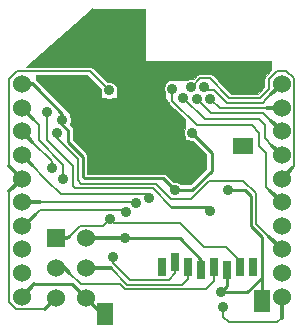
<source format=gbl>
G04 (created by PCBNEW (2013-mar-13)-testing) date Thu 04 Jul 2013 13:06:12 EST*
%MOIN*%
G04 Gerber Fmt 3.4, Leading zero omitted, Abs format*
%FSLAX34Y34*%
G01*
G70*
G90*
G04 APERTURE LIST*
%ADD10C,0.003937*%
%ADD11R,0.029500X0.059100*%
%ADD12R,0.055100X0.074800*%
%ADD13R,0.070900X0.055100*%
%ADD14C,0.060000*%
%ADD15R,0.060000X0.060000*%
%ADD16C,0.035000*%
%ADD17C,0.012000*%
%ADD18C,0.010000*%
%ADD19C,0.014000*%
%ADD20C,0.008000*%
G04 APERTURE END LIST*
G54D10*
G54D11*
X8066Y2208D03*
X8499Y2208D03*
X7633Y2129D03*
X7200Y2208D03*
X5468Y2208D03*
X5901Y2365D03*
X6334Y2208D03*
X6767Y2129D03*
G54D12*
X8775Y1086D03*
X3559Y653D03*
G54D13*
X8165Y6263D03*
X5881Y6263D03*
G54D14*
X9441Y8314D03*
X9441Y5164D03*
X9441Y3590D03*
X9441Y4377D03*
X9441Y6739D03*
X9441Y5952D03*
X9441Y7527D03*
X9441Y2015D03*
X9441Y1227D03*
X9441Y2802D03*
X779Y2802D03*
X779Y1227D03*
X779Y2015D03*
X779Y7527D03*
X779Y5952D03*
X779Y6739D03*
X779Y4377D03*
X779Y3590D03*
X779Y5164D03*
X779Y8314D03*
G54D15*
X1929Y3169D03*
G54D14*
X2929Y3169D03*
X1929Y2169D03*
X2929Y2169D03*
X1929Y1169D03*
X2929Y1169D03*
G54D15*
X4385Y6307D03*
X3785Y5707D03*
X4985Y5707D03*
X4985Y6907D03*
X3785Y6907D03*
G54D16*
X4215Y3169D03*
X5882Y4778D03*
X2138Y7119D03*
X6448Y6688D03*
X3594Y9645D03*
X7649Y4791D03*
X7437Y1373D03*
X5169Y8909D03*
X4795Y8425D03*
X5877Y8909D03*
X6586Y8909D03*
X7295Y8909D03*
X3594Y8944D03*
X8712Y8909D03*
X8003Y8909D03*
X3783Y10649D03*
X3594Y10346D03*
X3429Y10661D03*
X6543Y5716D03*
X3980Y8429D03*
X3721Y3812D03*
X7062Y4070D03*
X1612Y7378D03*
X4240Y4062D03*
X4583Y4345D03*
X5038Y4520D03*
X3807Y2539D03*
X7503Y885D03*
X6862Y8204D03*
X7070Y7822D03*
X6625Y7811D03*
X6161Y7850D03*
X5803Y8153D03*
X6429Y8208D03*
X1787Y5500D03*
X3696Y8099D03*
X1968Y6685D03*
X2157Y5133D03*
G54D17*
X2929Y3169D02*
X4215Y3169D01*
G54D18*
X2138Y7119D02*
X2138Y6952D01*
X5495Y5165D02*
X5882Y4778D01*
X2877Y5165D02*
X5495Y5165D01*
X2819Y5224D02*
X2877Y5165D01*
X2819Y5896D02*
X2819Y5224D01*
X2318Y6397D02*
X2819Y5896D01*
X2318Y6771D02*
X2318Y6397D01*
X2138Y6952D02*
X2318Y6771D01*
X6448Y6688D02*
X6448Y6677D01*
X6448Y6677D02*
X7110Y6015D01*
X7110Y6015D02*
X7110Y5417D01*
X7110Y5417D02*
X6471Y4778D01*
X6471Y4778D02*
X5882Y4778D01*
G54D17*
X1269Y8198D02*
X1153Y8314D01*
X1153Y8314D02*
X779Y8314D01*
G54D18*
X6767Y2129D02*
X6767Y2452D01*
X6767Y2452D02*
X6051Y3169D01*
X6051Y3169D02*
X4215Y3169D01*
X2138Y7119D02*
X2138Y7330D01*
X2138Y7330D02*
X1269Y8198D01*
X5881Y6263D02*
X5996Y6263D01*
X5996Y6263D02*
X6543Y5716D01*
X3594Y9645D02*
X3610Y9645D01*
X8429Y4590D02*
X8429Y3940D01*
X8228Y4791D02*
X8429Y4590D01*
X7649Y4791D02*
X8228Y4791D01*
X8779Y2078D02*
X8779Y1850D01*
X8302Y1373D02*
X7437Y1373D01*
X8779Y1850D02*
X8302Y1373D01*
X8779Y1771D02*
X8779Y1090D01*
X8779Y1090D02*
X8775Y1086D01*
X7633Y2129D02*
X7633Y1569D01*
X7633Y1569D02*
X7437Y1373D01*
X5173Y8913D02*
X5169Y8909D01*
X5169Y8909D02*
X5169Y8909D01*
X3598Y8940D02*
X3602Y8940D01*
X3594Y8944D02*
X3598Y8940D01*
G54D19*
X8003Y8909D02*
X8007Y8909D01*
G54D18*
X3598Y10342D02*
X3614Y10342D01*
X3594Y10346D02*
X3598Y10342D01*
G54D17*
X779Y1227D02*
X1189Y1637D01*
X2929Y1169D02*
X3444Y653D01*
X3444Y653D02*
X3559Y653D01*
X2629Y1468D02*
X2929Y1169D01*
G54D18*
X2629Y1468D02*
X2460Y1637D01*
X2460Y1637D02*
X1189Y1637D01*
X6543Y5716D02*
X5996Y6263D01*
X8429Y3570D02*
X8429Y3940D01*
X8779Y3220D02*
X8429Y3570D01*
X8779Y3208D02*
X8779Y3220D01*
X8779Y2078D02*
X8779Y3208D01*
X8779Y1771D02*
X8779Y2078D01*
X8429Y3940D02*
X8429Y3956D01*
G54D20*
X2716Y3589D02*
X2357Y3229D01*
X2716Y3589D02*
X3498Y3589D01*
X3498Y3589D02*
X3721Y3812D01*
X3498Y3589D02*
X3721Y3812D01*
G54D17*
X1929Y3169D02*
X2296Y3169D01*
X2357Y3229D02*
X2296Y3169D01*
G54D20*
X4330Y3673D02*
X3860Y3673D01*
X3860Y3673D02*
X3721Y3812D01*
X4330Y3673D02*
X6070Y3673D01*
X6070Y3673D02*
X6858Y2885D01*
X6858Y2885D02*
X7578Y2885D01*
X7578Y2885D02*
X8066Y2398D01*
X8066Y2398D02*
X8066Y2208D01*
X3740Y2169D02*
X4283Y1625D01*
X6334Y1830D02*
X6334Y2208D01*
X6129Y1625D02*
X6334Y1830D01*
X4283Y1625D02*
X6129Y1625D01*
G54D17*
X2929Y2169D02*
X3740Y2169D01*
G54D18*
X5764Y4213D02*
X5777Y4200D01*
X6933Y4200D02*
X7062Y4070D01*
X5777Y4200D02*
X6933Y4200D01*
G54D20*
X1612Y7002D02*
X1612Y6435D01*
X1612Y6435D02*
X2476Y5570D01*
X5764Y4213D02*
X5142Y4835D01*
X2566Y4835D02*
X2476Y4925D01*
X2476Y4925D02*
X2476Y5570D01*
X5142Y4835D02*
X2566Y4835D01*
X1612Y7002D02*
X1612Y7378D01*
G54D17*
X1212Y3933D02*
X870Y3590D01*
X870Y3590D02*
X779Y3590D01*
G54D20*
X1212Y3933D02*
X1386Y4107D01*
X4196Y4107D02*
X1386Y4107D01*
X4240Y4062D02*
X4196Y4107D01*
G54D17*
X779Y4377D02*
X779Y4377D01*
X779Y4377D02*
X1374Y4377D01*
G54D20*
X4551Y4377D02*
X4583Y4345D01*
X1374Y4377D02*
X4551Y4377D01*
X1133Y5598D02*
X1605Y5126D01*
X1605Y5126D02*
X1605Y5126D01*
G54D17*
X1133Y5598D02*
X779Y5952D01*
G54D20*
X4913Y4646D02*
X2086Y4646D01*
X4913Y4646D02*
X5038Y4520D01*
X2086Y4646D02*
X1605Y5126D01*
X3807Y2539D02*
X3807Y2360D01*
X4381Y1785D02*
X4381Y1787D01*
X3807Y2360D02*
X4381Y1785D01*
X4381Y1787D02*
X4381Y1787D01*
X4381Y1787D02*
X5685Y1787D01*
X5685Y1787D02*
X5901Y2003D01*
X5901Y2003D02*
X5901Y2365D01*
G54D17*
X9441Y1227D02*
X9441Y508D01*
G54D20*
X9303Y370D02*
X9441Y508D01*
X7692Y370D02*
X9303Y370D01*
X7503Y559D02*
X7692Y370D01*
X7503Y885D02*
X7503Y559D01*
X8751Y7692D02*
X8818Y7692D01*
X8929Y7803D02*
X8929Y7802D01*
X8818Y7692D02*
X8929Y7803D01*
G54D17*
X9098Y7972D02*
X9441Y8314D01*
G54D20*
X9098Y7972D02*
X8929Y7802D01*
X8929Y7802D02*
X8819Y7692D01*
X8819Y7692D02*
X8819Y7692D01*
X6862Y8204D02*
X6944Y8122D01*
X6944Y8122D02*
X7196Y8122D01*
X7196Y8122D02*
X7625Y7692D01*
X7625Y7692D02*
X8751Y7692D01*
X8751Y7692D02*
X8811Y7692D01*
X8811Y7692D02*
X8819Y7692D01*
G54D17*
X9441Y7527D02*
X8968Y7527D01*
G54D20*
X8968Y7527D02*
X7389Y7527D01*
X7389Y7527D02*
X7070Y7822D01*
X7086Y7350D02*
X8830Y7350D01*
X8830Y7350D02*
X9096Y7084D01*
X7086Y7350D02*
X6625Y7811D01*
G54D17*
X9096Y7084D02*
X9441Y6739D01*
X9134Y6260D02*
X9134Y6260D01*
X9134Y6260D02*
X9441Y5952D01*
G54D20*
X8880Y6513D02*
X8880Y6945D01*
X8688Y7137D02*
X6874Y7137D01*
X8880Y6945D02*
X8688Y7137D01*
X6874Y7137D02*
X6161Y7850D01*
X8880Y6513D02*
X9134Y6260D01*
X6625Y6940D02*
X5803Y7763D01*
G54D17*
X9067Y4752D02*
X9067Y4752D01*
X9067Y4752D02*
X9441Y4377D01*
G54D20*
X8701Y6245D02*
X8701Y6691D01*
X8452Y6940D02*
X6625Y6940D01*
X8701Y6691D02*
X8452Y6940D01*
X5803Y7763D02*
X5803Y8153D01*
X8939Y6007D02*
X8701Y6245D01*
X8939Y4879D02*
X8939Y6007D01*
X9067Y4752D02*
X8939Y4879D01*
X6429Y8208D02*
X6440Y8208D01*
X6440Y8208D02*
X6734Y8501D01*
X9295Y8763D02*
X9279Y8763D01*
X9279Y8763D02*
X9007Y8492D01*
X6734Y8501D02*
X7043Y8501D01*
X9007Y8145D02*
X9007Y8492D01*
X8715Y7852D02*
X9007Y8145D01*
X7692Y7852D02*
X8715Y7852D01*
X7043Y8501D02*
X7692Y7852D01*
X9862Y5585D02*
X9793Y5517D01*
X9295Y8763D02*
X9602Y8763D01*
X9602Y8763D02*
X9862Y8503D01*
X9862Y8503D02*
X9862Y5585D01*
G54D17*
X9793Y5517D02*
X9441Y5164D01*
X1131Y6387D02*
X779Y6739D01*
G54D20*
X1787Y5500D02*
X1787Y5731D01*
X1787Y5731D02*
X1131Y6387D01*
G54D17*
X359Y5585D02*
X779Y5164D01*
X779Y5164D02*
X779Y5164D01*
X1568Y809D02*
X1929Y1169D01*
X357Y4743D02*
X779Y5164D01*
X779Y5164D02*
X779Y5164D01*
X779Y5164D02*
X779Y5164D01*
G54D20*
X3041Y8754D02*
X3696Y8099D01*
X624Y8754D02*
X3041Y8754D01*
X359Y8489D02*
X624Y8754D01*
X359Y5585D02*
X359Y8489D01*
X1563Y804D02*
X1568Y809D01*
X602Y804D02*
X1563Y804D01*
X357Y1049D02*
X602Y804D01*
X357Y4743D02*
X357Y1049D01*
X3377Y1633D02*
X4043Y1633D01*
X6930Y1465D02*
X7200Y1735D01*
X6196Y1465D02*
X6930Y1465D01*
X4211Y1465D02*
X6196Y1465D01*
X4043Y1633D02*
X4211Y1465D01*
G54D17*
X2366Y2023D02*
X2220Y2169D01*
X2220Y2169D02*
X1929Y2169D01*
G54D20*
X3377Y1633D02*
X3374Y1637D01*
X7200Y2208D02*
X7200Y1735D01*
X2751Y1637D02*
X2366Y2023D01*
X3374Y1637D02*
X2751Y1637D01*
X8763Y3476D02*
X8602Y3638D01*
X8173Y5094D02*
X7027Y5094D01*
X8602Y4665D02*
X8173Y5094D01*
X8602Y3638D02*
X8602Y4665D01*
X9019Y3220D02*
X8763Y3476D01*
X5763Y4480D02*
X6413Y4480D01*
X6413Y4480D02*
X7027Y5094D01*
X5247Y4995D02*
X5763Y4480D01*
X1968Y6503D02*
X1968Y6685D01*
X5247Y4995D02*
X2763Y4995D01*
X2649Y5110D02*
X2649Y5822D01*
X2763Y4995D02*
X2649Y5110D01*
X2649Y5822D02*
X1968Y6503D01*
X9023Y3220D02*
X9019Y3220D01*
G54D17*
X9023Y3220D02*
X9023Y3220D01*
X9023Y3220D02*
X9441Y2802D01*
G54D20*
X2157Y5625D02*
X2157Y5133D01*
X1342Y6440D02*
X2157Y5625D01*
X1342Y6440D02*
X1342Y6964D01*
X1342Y6964D02*
X1147Y7159D01*
G54D17*
X1147Y7159D02*
X779Y7527D01*
G54D10*
G36*
X9098Y8780D02*
X8909Y8590D01*
X8878Y8545D01*
X8868Y8492D01*
X8868Y8203D01*
X8657Y7992D01*
X7750Y7992D01*
X7141Y8600D01*
X7096Y8631D01*
X7043Y8641D01*
X6734Y8641D01*
X6680Y8631D01*
X6635Y8600D01*
X6508Y8473D01*
X6484Y8483D01*
X6374Y8483D01*
X6273Y8441D01*
X6269Y8437D01*
X5680Y8437D01*
X5543Y8299D01*
X5543Y8244D01*
X5528Y8208D01*
X5528Y8099D01*
X5543Y8063D01*
X5543Y7842D01*
X5673Y7711D01*
X5674Y7709D01*
X5704Y7664D01*
X6232Y7136D01*
X6232Y6860D01*
X6216Y6844D01*
X6174Y6743D01*
X6174Y6634D01*
X6215Y6533D01*
X6232Y6517D01*
X6232Y6440D01*
X6329Y6440D01*
X6393Y6414D01*
X6500Y6414D01*
X6933Y5981D01*
X6933Y5480D01*
X6432Y4980D01*
X6069Y4980D01*
X6038Y5011D01*
X5937Y5053D01*
X5828Y5053D01*
X5821Y5050D01*
X5601Y5271D01*
X5552Y5304D01*
X5495Y5315D01*
X2969Y5315D01*
X2969Y5896D01*
X2957Y5954D01*
X2937Y5985D01*
X2937Y6012D01*
X2488Y6460D01*
X2488Y6842D01*
X2385Y6945D01*
X2385Y6998D01*
X2412Y7064D01*
X2413Y7173D01*
X2385Y7239D01*
X2385Y7323D01*
X1271Y8437D01*
X1271Y8615D01*
X2971Y8615D01*
X3425Y8161D01*
X3422Y8154D01*
X3422Y8045D01*
X3437Y8008D01*
X3437Y7858D01*
X3561Y7858D01*
X3641Y7824D01*
X3751Y7824D01*
X3832Y7858D01*
X3964Y7858D01*
X3964Y8027D01*
X3971Y8044D01*
X3971Y8153D01*
X3964Y8170D01*
X3964Y8224D01*
X3838Y8350D01*
X3808Y8350D01*
X3751Y8374D01*
X3642Y8374D01*
X3626Y8367D01*
X3140Y8853D01*
X3094Y8883D01*
X3041Y8894D01*
X912Y8894D01*
X3125Y10800D01*
X3125Y10842D01*
X3149Y10818D01*
X4885Y10818D01*
X4885Y9066D01*
X9098Y9066D01*
X9098Y8780D01*
X9098Y8780D01*
G37*
X9098Y8780D02*
X8909Y8590D01*
X8878Y8545D01*
X8868Y8492D01*
X8868Y8203D01*
X8657Y7992D01*
X7750Y7992D01*
X7141Y8600D01*
X7096Y8631D01*
X7043Y8641D01*
X6734Y8641D01*
X6680Y8631D01*
X6635Y8600D01*
X6508Y8473D01*
X6484Y8483D01*
X6374Y8483D01*
X6273Y8441D01*
X6269Y8437D01*
X5680Y8437D01*
X5543Y8299D01*
X5543Y8244D01*
X5528Y8208D01*
X5528Y8099D01*
X5543Y8063D01*
X5543Y7842D01*
X5673Y7711D01*
X5674Y7709D01*
X5704Y7664D01*
X6232Y7136D01*
X6232Y6860D01*
X6216Y6844D01*
X6174Y6743D01*
X6174Y6634D01*
X6215Y6533D01*
X6232Y6517D01*
X6232Y6440D01*
X6329Y6440D01*
X6393Y6414D01*
X6500Y6414D01*
X6933Y5981D01*
X6933Y5480D01*
X6432Y4980D01*
X6069Y4980D01*
X6038Y5011D01*
X5937Y5053D01*
X5828Y5053D01*
X5821Y5050D01*
X5601Y5271D01*
X5552Y5304D01*
X5495Y5315D01*
X2969Y5315D01*
X2969Y5896D01*
X2957Y5954D01*
X2937Y5985D01*
X2937Y6012D01*
X2488Y6460D01*
X2488Y6842D01*
X2385Y6945D01*
X2385Y6998D01*
X2412Y7064D01*
X2413Y7173D01*
X2385Y7239D01*
X2385Y7323D01*
X1271Y8437D01*
X1271Y8615D01*
X2971Y8615D01*
X3425Y8161D01*
X3422Y8154D01*
X3422Y8045D01*
X3437Y8008D01*
X3437Y7858D01*
X3561Y7858D01*
X3641Y7824D01*
X3751Y7824D01*
X3832Y7858D01*
X3964Y7858D01*
X3964Y8027D01*
X3971Y8044D01*
X3971Y8153D01*
X3964Y8170D01*
X3964Y8224D01*
X3838Y8350D01*
X3808Y8350D01*
X3751Y8374D01*
X3642Y8374D01*
X3626Y8367D01*
X3140Y8853D01*
X3094Y8883D01*
X3041Y8894D01*
X912Y8894D01*
X3125Y10800D01*
X3125Y10842D01*
X3149Y10818D01*
X4885Y10818D01*
X4885Y9066D01*
X9098Y9066D01*
X9098Y8780D01*
M02*

</source>
